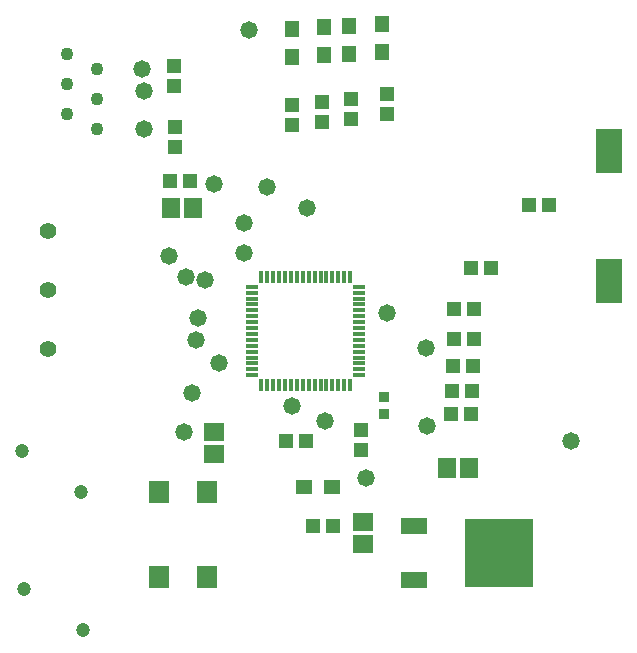
<source format=gts>
%FSLAX44Y44*%
%MOMM*%
G71*
G01*
G75*
G04 Layer_Color=8388736*
%ADD10R,1.3000X1.5000*%
%ADD11R,1.1000X1.0000*%
%ADD12R,1.1000X1.0000*%
%ADD13R,2.0000X3.5000*%
%ADD14R,1.0000X1.1000*%
%ADD15R,1.2500X1.1000*%
%ADD16R,1.5000X1.3000*%
%ADD17R,1.0000X1.1000*%
%ADD18R,2.0000X1.2000*%
%ADD19R,5.6000X5.6000*%
%ADD20R,0.7000X0.7500*%
%ADD21R,1.5200X1.6800*%
%ADD22R,0.8400X0.2450*%
%ADD23R,0.2450X0.8400*%
%ADD24R,1.1000X1.2500*%
%ADD25C,0.2540*%
%ADD26C,0.2000*%
%ADD27C,0.5000*%
%ADD28C,0.9000*%
%ADD29C,1.0000*%
%ADD30C,1.2000*%
%ADD31C,1.2700*%
%ADD32C,0.1000*%
%ADD33C,0.0000*%
%ADD34C,0.1270*%
%ADD35R,1.3970X0.4870*%
%ADD36R,1.5032X1.7032*%
%ADD37R,1.3032X1.2032*%
%ADD38R,1.3032X1.2032*%
%ADD39R,2.2032X3.7032*%
%ADD40R,1.2032X1.3032*%
%ADD41R,1.4532X1.3032*%
%ADD42R,1.7032X1.5032*%
%ADD43R,1.2032X1.3032*%
%ADD44R,2.2032X1.4032*%
%ADD45R,5.8032X5.8032*%
%ADD46R,0.9032X0.9532*%
%ADD47R,1.7232X1.8832*%
%ADD48R,1.0432X0.4482*%
%ADD49R,0.4482X1.0432*%
%ADD50R,1.3032X1.4532*%
%ADD51C,1.1032*%
%ADD52C,1.2032*%
%ADD53C,1.4032*%
%ADD54C,1.4732*%
D36*
X450850Y645160D02*
D03*
X431850D02*
D03*
X684530Y425450D02*
D03*
X665530D02*
D03*
D37*
X431310Y668020D02*
D03*
X448310D02*
D03*
X752330Y647700D02*
D03*
X735330D02*
D03*
X529100Y448310D02*
D03*
X546100D02*
D03*
X668800Y471170D02*
D03*
X685800D02*
D03*
X670070Y490220D02*
D03*
X687070D02*
D03*
X688830Y560070D02*
D03*
X671830D02*
D03*
X688830Y534670D02*
D03*
X671830D02*
D03*
X687560Y511810D02*
D03*
X670560D02*
D03*
X702800Y594360D02*
D03*
X685800D02*
D03*
D38*
X434340Y748810D02*
D03*
Y765810D02*
D03*
X534670Y715790D02*
D03*
Y732790D02*
D03*
X560070Y718330D02*
D03*
Y735330D02*
D03*
X584200Y720870D02*
D03*
Y737870D02*
D03*
X614680Y724680D02*
D03*
Y741680D02*
D03*
D39*
X802640Y693420D02*
D03*
Y583420D02*
D03*
D40*
X435610Y696740D02*
D03*
Y713740D02*
D03*
X593090Y440200D02*
D03*
Y457200D02*
D03*
D41*
X568330Y408940D02*
D03*
X544830D02*
D03*
D42*
X594360Y379730D02*
D03*
Y360730D02*
D03*
X468630Y455930D02*
D03*
Y436930D02*
D03*
D43*
X569450Y375920D02*
D03*
X552450D02*
D03*
D44*
X637930Y330560D02*
D03*
Y375560D02*
D03*
D45*
X709930Y353060D02*
D03*
D46*
X612140Y485140D02*
D03*
Y470640D02*
D03*
D47*
X421640Y405130D02*
D03*
X462240D02*
D03*
X421640Y332740D02*
D03*
X462240D02*
D03*
D48*
X591450Y578520D02*
D03*
Y573520D02*
D03*
Y568520D02*
D03*
Y563520D02*
D03*
Y558520D02*
D03*
Y553520D02*
D03*
Y548520D02*
D03*
Y543520D02*
D03*
Y538520D02*
D03*
Y533520D02*
D03*
Y528520D02*
D03*
Y523520D02*
D03*
Y518520D02*
D03*
Y513520D02*
D03*
Y508520D02*
D03*
Y503520D02*
D03*
X500750D02*
D03*
Y508520D02*
D03*
Y513520D02*
D03*
Y518520D02*
D03*
Y523520D02*
D03*
Y528520D02*
D03*
Y533520D02*
D03*
Y538520D02*
D03*
Y543520D02*
D03*
Y548520D02*
D03*
Y553520D02*
D03*
Y558520D02*
D03*
Y563520D02*
D03*
Y568520D02*
D03*
Y573520D02*
D03*
Y578520D02*
D03*
D49*
X508600Y586370D02*
D03*
X513600D02*
D03*
X518600D02*
D03*
X523600D02*
D03*
X528600D02*
D03*
X533600D02*
D03*
X538600D02*
D03*
X543600D02*
D03*
X548600D02*
D03*
X553600D02*
D03*
X558600D02*
D03*
X563600D02*
D03*
X568600D02*
D03*
X573600D02*
D03*
X578600D02*
D03*
X583600D02*
D03*
Y495670D02*
D03*
X578600D02*
D03*
X573600D02*
D03*
X568600D02*
D03*
X563600D02*
D03*
X558600D02*
D03*
X553600D02*
D03*
X548600D02*
D03*
X543600D02*
D03*
X538600D02*
D03*
X533600D02*
D03*
X528600D02*
D03*
X523600D02*
D03*
X518600D02*
D03*
X513600D02*
D03*
X508600D02*
D03*
D50*
X534670Y796930D02*
D03*
Y773430D02*
D03*
X561340Y798200D02*
D03*
Y774700D02*
D03*
X582930Y799470D02*
D03*
Y775970D02*
D03*
X610870Y800740D02*
D03*
Y777240D02*
D03*
D51*
X369570Y712470D02*
D03*
Y737870D02*
D03*
X344170Y775970D02*
D03*
Y750370D02*
D03*
Y724770D02*
D03*
X369570Y763270D02*
D03*
D52*
X356070Y404420D02*
D03*
X306070Y439420D02*
D03*
X357340Y287580D02*
D03*
X307340Y322580D02*
D03*
D53*
X327660Y625780D02*
D03*
Y575780D02*
D03*
Y525780D02*
D03*
D54*
X407670Y763270D02*
D03*
X408940Y744220D02*
D03*
Y712470D02*
D03*
X562610Y464820D02*
D03*
X614680Y556260D02*
D03*
X472440Y514350D02*
D03*
X454660Y552450D02*
D03*
X453390Y533400D02*
D03*
X449580Y488950D02*
D03*
X444500Y586740D02*
D03*
X494030Y632460D02*
D03*
X430530Y604520D02*
D03*
X547370Y645160D02*
D03*
X494030Y607060D02*
D03*
X513080Y662940D02*
D03*
X468630Y665480D02*
D03*
X497840Y796290D02*
D03*
X443230Y455930D02*
D03*
X534670Y477520D02*
D03*
X461010Y584200D02*
D03*
X770890Y448310D02*
D03*
X648970Y461010D02*
D03*
X647700Y527050D02*
D03*
X596900Y416560D02*
D03*
M02*

</source>
